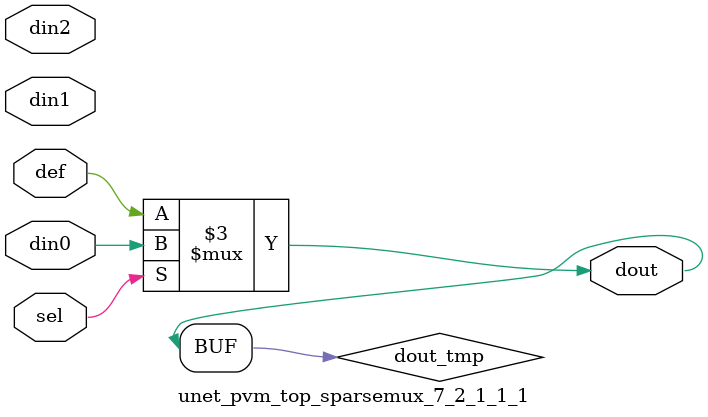
<source format=v>
`timescale 1ns / 1ps

module unet_pvm_top_sparsemux_7_2_1_1_1 (din0,din1,din2,def,sel,dout);

parameter din0_WIDTH = 1;

parameter din1_WIDTH = 1;

parameter din2_WIDTH = 1;

parameter def_WIDTH = 1;
parameter sel_WIDTH = 1;
parameter dout_WIDTH = 1;

parameter [sel_WIDTH-1:0] CASE0 = 1;

parameter [sel_WIDTH-1:0] CASE1 = 1;

parameter [sel_WIDTH-1:0] CASE2 = 1;

parameter ID = 1;
parameter NUM_STAGE = 1;



input [din0_WIDTH-1:0] din0;

input [din1_WIDTH-1:0] din1;

input [din2_WIDTH-1:0] din2;

input [def_WIDTH-1:0] def;
input [sel_WIDTH-1:0] sel;

output [dout_WIDTH-1:0] dout;



reg [dout_WIDTH-1:0] dout_tmp;


always @ (*) begin
(* parallel_case *) case (sel)
    
    CASE0 : dout_tmp = din0;
    
    CASE1 : dout_tmp = din1;
    
    CASE2 : dout_tmp = din2;
    
    default : dout_tmp = def;
endcase
end


assign dout = dout_tmp;



endmodule

</source>
